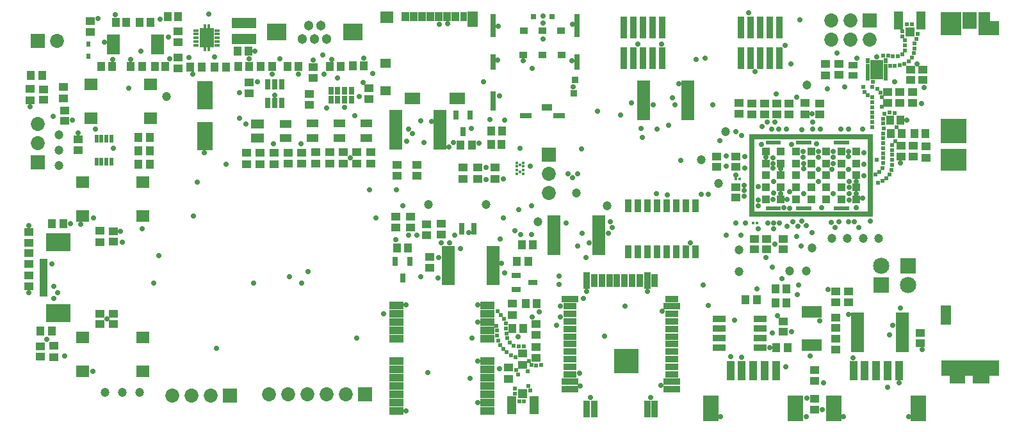
<source format=gts>
G04*
G04 #@! TF.GenerationSoftware,Altium Limited,Altium Designer,21.6.4 (81)*
G04*
G04 Layer_Color=8388736*
%FSLAX44Y44*%
%MOMM*%
G71*
G04*
G04 #@! TF.SameCoordinates,FF1FAEB7-4318-4351-9C75-77568BB5708F*
G04*
G04*
G04 #@! TF.FilePolarity,Negative*
G04*
G01*
G75*
%ADD91R,1.1032X1.1532*%
%ADD92C,0.4532*%
%ADD93R,0.5032X0.7432*%
%ADD94R,1.2532X0.8032*%
%ADD95R,0.7432X0.5032*%
%ADD96C,1.2032*%
%ADD97R,1.6782X0.6532*%
%ADD98R,0.7032X1.0032*%
%ADD99R,1.1532X1.1032*%
%ADD100R,1.9842X1.0032*%
%ADD101R,1.9842X1.0032*%
%ADD102R,0.9532X1.8032*%
%ADD103R,0.9432X2.9982*%
%ADD104R,0.9832X1.1932*%
%ADD105R,1.1932X0.9832*%
%ADD106R,1.7532X0.9482*%
%ADD107R,1.7532X0.8732*%
%ADD108R,0.6282X0.7182*%
%ADD109R,0.6282X0.4782*%
%ADD110R,1.1032X0.9032*%
%ADD111R,0.9032X0.9032*%
%ADD112R,1.4032X0.8532*%
%ADD113R,0.6532X3.1032*%
%ADD114R,0.6532X2.1032*%
%ADD115R,0.9532X0.9032*%
%ADD116R,1.6032X0.7032*%
%ADD117R,0.6532X2.6032*%
%ADD118R,0.8032X0.8032*%
%ADD119R,1.0032X1.0032*%
%ADD120R,0.5032X0.5032*%
%ADD121R,0.7432X0.7432*%
%ADD122R,0.8032X1.2532*%
%ADD123R,3.2032X3.2332*%
%ADD124R,0.9032X2.2032*%
%ADD125R,2.2032X0.9032*%
%ADD126R,1.7032X0.9032*%
%ADD127R,0.9032X1.7032*%
%ADD128R,0.4572X0.4572*%
%ADD129R,1.2032X1.2532*%
%ADD130R,1.2532X2.4032*%
%ADD131R,1.7532X1.5532*%
%ADD132R,1.4032X1.2032*%
%ADD133R,2.1032X1.5532*%
%ADD134R,1.3732X2.0032*%
%ADD135R,0.9532X1.3032*%
%ADD136R,1.0532X1.3032*%
%ADD137R,1.7532X1.5032*%
%ADD138R,1.0032X0.5032*%
%ADD139R,3.2532X2.4032*%
%ADD140R,1.7282X0.8532*%
%ADD141R,0.4532X0.8032*%
%ADD142R,1.8532X2.6032*%
%ADD143R,0.8032X0.4432*%
%ADD144R,3.4032X3.3032*%
%ADD145R,3.4032X2.9332*%
%ADD146R,7.7032X2.0032*%
%ADD147R,1.4032X2.6032*%
%ADD148R,2.7032X1.8532*%
%ADD149R,1.9032X2.3032*%
%ADD150R,2.7032X3.1032*%
%ADD151R,1.6032X1.4532*%
%ADD152R,2.1532X1.3032*%
%ADD153R,2.2032X1.3032*%
%ADD154R,2.6032X2.2032*%
%ADD155R,1.2032X0.8782*%
%ADD156R,2.0532X3.7032*%
%ADD157R,1.6032X1.1032*%
%ADD158R,0.6532X1.6282*%
%ADD159R,0.6232X0.7632*%
%ADD160R,3.2532X1.3432*%
%ADD161R,0.6732X0.5032*%
%ADD162R,0.5532X1.0532*%
%ADD163R,1.0032X2.6032*%
%ADD164R,2.0032X3.5032*%
%ADD165R,0.8032X1.4032*%
%ADD166R,1.6532X1.1532*%
%ADD167C,1.8532*%
%ADD168R,1.8532X1.8532*%
%ADD169R,1.8532X1.8532*%
%ADD170C,1.3032*%
%ADD171R,2.1532X2.1532*%
%ADD172C,2.1532*%
%ADD173C,0.7032*%
%ADD174C,0.6032*%
D91*
X666870Y238760D02*
D03*
X681870D02*
D03*
X660640Y217375D02*
D03*
X60840Y266700D02*
D03*
X45840D02*
D03*
X1154550Y386080D02*
D03*
X1169550D02*
D03*
X427870Y474980D02*
D03*
X412870D02*
D03*
X175020Y345440D02*
D03*
X160020D02*
D03*
X160140Y363483D02*
D03*
X175140D02*
D03*
Y381525D02*
D03*
X160140D02*
D03*
X669170Y128270D02*
D03*
X654170D02*
D03*
X501770Y235033D02*
D03*
X516770D02*
D03*
X45720Y124460D02*
D03*
X30720D02*
D03*
X600710Y370840D02*
D03*
X585710D02*
D03*
X243633Y474787D02*
D03*
X228633D02*
D03*
X260675D02*
D03*
X275675D02*
D03*
X149860Y475443D02*
D03*
X164860D02*
D03*
X125610Y474992D02*
D03*
X110610D02*
D03*
X176290Y533863D02*
D03*
X161290D02*
D03*
X17900Y463550D02*
D03*
X32900D02*
D03*
X962660Y166370D02*
D03*
X977660D02*
D03*
X371990Y474980D02*
D03*
X356990D02*
D03*
X321512D02*
D03*
X336512D02*
D03*
X1017150Y162297D02*
D03*
X1002150D02*
D03*
X1017030Y180340D02*
D03*
X1002030D02*
D03*
X1018420Y102870D02*
D03*
X1003420D02*
D03*
X671950Y161290D02*
D03*
X686950D02*
D03*
X675640Y217375D02*
D03*
D92*
X669153Y347820D02*
D03*
Y342820D02*
D03*
Y337820D02*
D03*
Y332820D02*
D03*
X664802Y345320D02*
D03*
Y335320D02*
D03*
X660452Y347820D02*
D03*
Y342820D02*
D03*
Y337820D02*
D03*
Y332820D02*
D03*
D93*
X1051869Y382160D02*
D03*
X976869D02*
D03*
X981869D02*
D03*
X986869D02*
D03*
X991869D02*
D03*
X996869D02*
D03*
X1001869D02*
D03*
X1006869D02*
D03*
X1011869D02*
D03*
X1016869D02*
D03*
X1021869D02*
D03*
X1026869D02*
D03*
X1031869D02*
D03*
X1036869D02*
D03*
X1041869D02*
D03*
X1046869D02*
D03*
X1056869D02*
D03*
X1061869D02*
D03*
X1066869D02*
D03*
X1071869D02*
D03*
X1076869D02*
D03*
X1081869D02*
D03*
X1086869D02*
D03*
X1091869D02*
D03*
X1096869D02*
D03*
X1101869D02*
D03*
X1106869D02*
D03*
X1111869D02*
D03*
X1116869D02*
D03*
X1121869D02*
D03*
Y279760D02*
D03*
X1116869D02*
D03*
X1111869D02*
D03*
X1106869D02*
D03*
X1101869D02*
D03*
X1096869D02*
D03*
X1091869D02*
D03*
X1086869D02*
D03*
X1081869D02*
D03*
X1076869D02*
D03*
X1071869D02*
D03*
X1066869D02*
D03*
X1061869D02*
D03*
X1056869D02*
D03*
X1051869D02*
D03*
X1046869D02*
D03*
X1041869D02*
D03*
X1036869D02*
D03*
X1031869D02*
D03*
X1026869D02*
D03*
X1021869D02*
D03*
X1016869D02*
D03*
X1011869D02*
D03*
X1006869D02*
D03*
X1001869D02*
D03*
X996869D02*
D03*
X991869D02*
D03*
X986869D02*
D03*
X981869D02*
D03*
X976869D02*
D03*
D94*
X659560Y198833D02*
D03*
Y179832D02*
D03*
X681560Y189333D02*
D03*
D95*
X970668Y375960D02*
D03*
X1128068D02*
D03*
Y370960D02*
D03*
Y365960D02*
D03*
Y360960D02*
D03*
Y355960D02*
D03*
Y350960D02*
D03*
Y345960D02*
D03*
Y340960D02*
D03*
Y335960D02*
D03*
Y330960D02*
D03*
Y325960D02*
D03*
Y320960D02*
D03*
Y315960D02*
D03*
Y310960D02*
D03*
Y305960D02*
D03*
Y300960D02*
D03*
Y295960D02*
D03*
Y290960D02*
D03*
Y285960D02*
D03*
X970668D02*
D03*
Y290960D02*
D03*
Y295960D02*
D03*
Y300960D02*
D03*
Y305960D02*
D03*
Y310960D02*
D03*
Y315960D02*
D03*
Y320960D02*
D03*
Y325960D02*
D03*
Y330960D02*
D03*
Y335960D02*
D03*
Y340960D02*
D03*
Y345960D02*
D03*
Y350960D02*
D03*
Y355960D02*
D03*
Y360960D02*
D03*
Y365960D02*
D03*
Y370960D02*
D03*
D96*
X904240Y351790D02*
D03*
X953770Y203200D02*
D03*
X1097280Y247650D02*
D03*
X1077059Y247735D02*
D03*
X1118351D02*
D03*
X1043940Y451027D02*
D03*
X1021080Y204470D02*
D03*
X1042670D02*
D03*
X54610Y384810D02*
D03*
Y364490D02*
D03*
X161290Y43180D02*
D03*
X54610Y343937D02*
D03*
X935990Y388620D02*
D03*
X953770Y232410D02*
D03*
X927100Y320040D02*
D03*
X138430Y43180D02*
D03*
X115570D02*
D03*
X688340Y269240D02*
D03*
X779780Y290830D02*
D03*
X619760Y292100D02*
D03*
X543560D02*
D03*
X1050290Y234950D02*
D03*
X1139073Y247801D02*
D03*
X196850Y435610D02*
D03*
X739140Y307340D02*
D03*
D97*
X768520Y228710D02*
D03*
Y267710D02*
D03*
X709760Y274210D02*
D03*
X500108Y414025D02*
D03*
Y407525D02*
D03*
Y401025D02*
D03*
Y394525D02*
D03*
Y388025D02*
D03*
Y381525D02*
D03*
Y375025D02*
D03*
Y368525D02*
D03*
X558868D02*
D03*
Y375025D02*
D03*
Y381525D02*
D03*
Y388025D02*
D03*
Y394525D02*
D03*
Y401025D02*
D03*
Y407525D02*
D03*
Y414025D02*
D03*
X709760Y228710D02*
D03*
Y235210D02*
D03*
Y241710D02*
D03*
Y248210D02*
D03*
Y254710D02*
D03*
Y261210D02*
D03*
Y267710D02*
D03*
X768520Y274210D02*
D03*
Y261210D02*
D03*
Y254710D02*
D03*
Y248210D02*
D03*
Y241710D02*
D03*
Y235210D02*
D03*
X628820Y188737D02*
D03*
Y195238D02*
D03*
Y201737D02*
D03*
Y208237D02*
D03*
Y214738D02*
D03*
Y221238D02*
D03*
Y227737D02*
D03*
Y234237D02*
D03*
X570060D02*
D03*
Y227737D02*
D03*
Y221238D02*
D03*
Y214738D02*
D03*
Y208237D02*
D03*
Y201737D02*
D03*
Y195238D02*
D03*
Y188737D02*
D03*
X886630Y407780D02*
D03*
Y414280D02*
D03*
Y420780D02*
D03*
Y427280D02*
D03*
Y433780D02*
D03*
Y440280D02*
D03*
Y446780D02*
D03*
Y453280D02*
D03*
X827870D02*
D03*
Y446780D02*
D03*
Y440280D02*
D03*
Y433780D02*
D03*
Y427280D02*
D03*
Y420780D02*
D03*
Y414280D02*
D03*
Y407780D02*
D03*
X1111080Y145940D02*
D03*
Y139440D02*
D03*
Y132940D02*
D03*
Y126440D02*
D03*
Y119940D02*
D03*
Y113440D02*
D03*
Y106940D02*
D03*
Y100440D02*
D03*
X1169840D02*
D03*
Y106940D02*
D03*
Y113440D02*
D03*
Y119940D02*
D03*
Y126440D02*
D03*
Y132940D02*
D03*
Y139440D02*
D03*
Y145940D02*
D03*
X126830Y514538D02*
D03*
Y508038D02*
D03*
Y501538D02*
D03*
Y495038D02*
D03*
X185590D02*
D03*
Y501538D02*
D03*
Y508038D02*
D03*
Y514538D02*
D03*
D98*
X414490Y431165D02*
D03*
X423490D02*
D03*
X432490D02*
D03*
X441490D02*
D03*
Y443165D02*
D03*
X432490D02*
D03*
X423490D02*
D03*
X414490D02*
D03*
D99*
X648970Y76302D02*
D03*
Y61302D02*
D03*
X1183705Y441840D02*
D03*
Y426840D02*
D03*
X686063Y104020D02*
D03*
Y89020D02*
D03*
X1201420Y369570D02*
D03*
Y354570D02*
D03*
X654050Y161170D02*
D03*
Y146170D02*
D03*
X1060450Y426600D02*
D03*
Y411600D02*
D03*
X1041400Y411720D02*
D03*
Y426720D02*
D03*
X970813Y426480D02*
D03*
Y411480D02*
D03*
X1068403Y463790D02*
D03*
Y478790D02*
D03*
X1086445Y478910D02*
D03*
Y463910D02*
D03*
X48260Y105170D02*
D03*
Y90170D02*
D03*
X109542Y242690D02*
D03*
Y257690D02*
D03*
X448835Y361545D02*
D03*
Y346545D02*
D03*
X412750Y346830D02*
D03*
Y361830D02*
D03*
X339090Y361098D02*
D03*
Y346098D02*
D03*
X375920Y346348D02*
D03*
Y361348D02*
D03*
X303005Y361098D02*
D03*
Y346098D02*
D03*
X589280Y326510D02*
D03*
Y341510D02*
D03*
X608330D02*
D03*
Y326510D02*
D03*
X631190D02*
D03*
Y341510D02*
D03*
X386080Y424300D02*
D03*
Y439300D02*
D03*
X464820Y446920D02*
D03*
Y431920D02*
D03*
X391160Y474860D02*
D03*
Y459860D02*
D03*
X668020Y80130D02*
D03*
Y95130D02*
D03*
X541020Y251580D02*
D03*
Y266580D02*
D03*
X519430Y261740D02*
D03*
Y276740D02*
D03*
X500380D02*
D03*
Y261740D02*
D03*
X528320Y330320D02*
D03*
Y345320D02*
D03*
X501650D02*
D03*
Y330320D02*
D03*
X96520Y535820D02*
D03*
Y520820D02*
D03*
X212090Y522193D02*
D03*
Y507193D02*
D03*
X60960Y433190D02*
D03*
Y448190D02*
D03*
X16510Y445770D02*
D03*
Y430770D02*
D03*
X1054100Y35440D02*
D03*
Y20440D02*
D03*
X466878Y361545D02*
D03*
Y346545D02*
D03*
X1054100Y58420D02*
D03*
Y73420D02*
D03*
X430793Y346545D02*
D03*
Y361545D02*
D03*
X394182D02*
D03*
Y346545D02*
D03*
X357877Y346347D02*
D03*
Y361347D02*
D03*
X321047Y361097D02*
D03*
Y346097D02*
D03*
D100*
X501162Y158945D02*
D03*
Y147945D02*
D03*
Y136945D02*
D03*
Y125945D02*
D03*
Y114945D02*
D03*
Y84945D02*
D03*
Y73945D02*
D03*
Y62945D02*
D03*
Y51945D02*
D03*
Y40945D02*
D03*
Y29945D02*
D03*
Y18945D02*
D03*
X621192D02*
D03*
Y29945D02*
D03*
Y40945D02*
D03*
Y147945D02*
D03*
Y136945D02*
D03*
Y125945D02*
D03*
Y114945D02*
D03*
Y84945D02*
D03*
Y73945D02*
D03*
Y62945D02*
D03*
Y51945D02*
D03*
D101*
Y158945D02*
D03*
D102*
X807720Y290850D02*
D03*
X820420D02*
D03*
X833120D02*
D03*
X845820D02*
D03*
X858520D02*
D03*
X871220D02*
D03*
X883920D02*
D03*
X896620D02*
D03*
Y229850D02*
D03*
X883920D02*
D03*
X871220D02*
D03*
X858520D02*
D03*
X845820D02*
D03*
X833120D02*
D03*
X820420D02*
D03*
X807720D02*
D03*
D103*
X956310Y486410D02*
D03*
Y527070D02*
D03*
X969010Y486410D02*
D03*
Y527070D02*
D03*
X981710Y486410D02*
D03*
Y527070D02*
D03*
X994410Y486410D02*
D03*
Y527070D02*
D03*
X1007110Y486410D02*
D03*
Y527070D02*
D03*
X852170Y527060D02*
D03*
Y486400D02*
D03*
X839470Y527060D02*
D03*
Y486400D02*
D03*
X826770Y527060D02*
D03*
Y486400D02*
D03*
X814070Y527060D02*
D03*
Y486400D02*
D03*
X801370Y527060D02*
D03*
Y486400D02*
D03*
D104*
X1167780Y403860D02*
D03*
X1153780D02*
D03*
X640730Y389890D02*
D03*
X626730D02*
D03*
X130160Y533863D02*
D03*
X144160D02*
D03*
X181580Y475443D02*
D03*
X195580D02*
D03*
X212740Y541020D02*
D03*
X198740D02*
D03*
X305450Y495300D02*
D03*
X291450D02*
D03*
X292070Y474980D02*
D03*
X306070D02*
D03*
X1200180Y386080D02*
D03*
X1186180D02*
D03*
X640080Y372110D02*
D03*
X626080D02*
D03*
X457850Y476250D02*
D03*
X443850D02*
D03*
D105*
X1150620Y441340D02*
D03*
Y427340D02*
D03*
X1166663D02*
D03*
Y441340D02*
D03*
X1181100Y471283D02*
D03*
Y457282D02*
D03*
X949960Y342250D02*
D03*
Y356250D02*
D03*
X924560D02*
D03*
Y342250D02*
D03*
X949960Y301610D02*
D03*
Y315610D02*
D03*
X990600Y233030D02*
D03*
Y247030D02*
D03*
X974090D02*
D03*
Y233030D02*
D03*
X1012190Y247030D02*
D03*
Y233030D02*
D03*
X1019940Y412100D02*
D03*
Y426100D02*
D03*
X1003898D02*
D03*
Y412100D02*
D03*
X987855Y426100D02*
D03*
Y412100D02*
D03*
X953770Y426750D02*
D03*
Y412750D02*
D03*
X1012190Y137810D02*
D03*
Y123810D02*
D03*
X1082040Y177180D02*
D03*
Y163180D02*
D03*
X1098550D02*
D03*
Y177180D02*
D03*
X1082040Y100300D02*
D03*
Y114300D02*
D03*
Y142890D02*
D03*
Y128890D02*
D03*
X1193800Y108570D02*
D03*
Y122570D02*
D03*
X34290Y445150D02*
D03*
Y431150D02*
D03*
X62230Y403210D02*
D03*
Y417210D02*
D03*
X212090Y472873D02*
D03*
Y486873D02*
D03*
X15240Y184150D02*
D03*
Y198150D02*
D03*
X109220Y134042D02*
D03*
Y148041D02*
D03*
X127000Y147970D02*
D03*
Y133970D02*
D03*
X544830Y208900D02*
D03*
Y222900D02*
D03*
X560070Y252700D02*
D03*
Y266700D02*
D03*
X1197143Y471283D02*
D03*
Y457282D02*
D03*
X685800Y120000D02*
D03*
Y134000D02*
D03*
X80010Y378460D02*
D03*
Y364460D02*
D03*
X1183975Y370137D02*
D03*
Y356137D02*
D03*
X1167933Y356137D02*
D03*
Y370137D02*
D03*
X127000Y257190D02*
D03*
Y243190D02*
D03*
X30480Y90790D02*
D03*
Y104790D02*
D03*
X306070Y454040D02*
D03*
Y440040D02*
D03*
X15240Y241920D02*
D03*
Y255920D02*
D03*
Y213980D02*
D03*
Y227980D02*
D03*
D106*
X1136280Y479860D02*
D03*
Y462310D02*
D03*
D107*
Y471090D02*
D03*
D108*
X1124400Y459660D02*
D03*
Y482520D02*
D03*
X1148160D02*
D03*
Y459660D02*
D03*
D109*
X1124400Y466090D02*
D03*
Y471090D02*
D03*
Y476090D02*
D03*
X1148160D02*
D03*
Y466090D02*
D03*
Y471090D02*
D03*
D110*
X669930Y522580D02*
D03*
X694330D02*
D03*
X718730D02*
D03*
X668930Y490880D02*
D03*
X694330D02*
D03*
X719730D02*
D03*
D111*
X737030Y457580D02*
D03*
D112*
X699830Y420830D02*
D03*
D113*
X740280Y529580D02*
D03*
X628780D02*
D03*
D114*
X740280Y481080D02*
D03*
X628780D02*
D03*
D115*
X735280Y439580D02*
D03*
D116*
X716330Y410080D02*
D03*
X672330D02*
D03*
D117*
X628780Y429580D02*
D03*
D118*
X682130Y541080D02*
D03*
X706530D02*
D03*
D119*
X1109369Y298960D02*
D03*
X1089369D02*
D03*
X1069369D02*
D03*
X1049369D02*
D03*
X1029369D02*
D03*
X1009369D02*
D03*
X1109369Y314960D02*
D03*
X1089369D02*
D03*
X1069369D02*
D03*
X1049369D02*
D03*
X1029369D02*
D03*
X1009369D02*
D03*
X1109369Y330960D02*
D03*
X1089369D02*
D03*
X1069369D02*
D03*
X1049369D02*
D03*
X1029369D02*
D03*
X1009369D02*
D03*
X1109369Y346960D02*
D03*
X1089369D02*
D03*
X1069369D02*
D03*
X1049369D02*
D03*
X1029369D02*
D03*
X1009369D02*
D03*
X1109369Y362960D02*
D03*
X1089369D02*
D03*
X1069369D02*
D03*
X989369Y298960D02*
D03*
Y362960D02*
D03*
Y346960D02*
D03*
Y330960D02*
D03*
X1009369Y362960D02*
D03*
X1029369D02*
D03*
X1049369D02*
D03*
X989369Y314960D02*
D03*
D120*
X1096869Y287460D02*
D03*
X1091869D02*
D03*
X1086869D02*
D03*
X1081869D02*
D03*
X1046869D02*
D03*
X1041869D02*
D03*
X1036869D02*
D03*
X1031869D02*
D03*
X991869D02*
D03*
X996869D02*
D03*
X1001869D02*
D03*
X1006869D02*
D03*
X1096869Y374460D02*
D03*
X1091869D02*
D03*
X1086869D02*
D03*
X1081869D02*
D03*
X1046869D02*
D03*
X1041869D02*
D03*
X1036869D02*
D03*
X1031869D02*
D03*
X991869D02*
D03*
X996869D02*
D03*
X1001869D02*
D03*
X1006869D02*
D03*
D121*
X1128068Y382160D02*
D03*
Y279760D02*
D03*
X970668D02*
D03*
Y382160D02*
D03*
D122*
X598780Y411133D02*
D03*
X579780D02*
D03*
X589280Y389133D02*
D03*
X518770Y216740D02*
D03*
X499770D02*
D03*
X509270Y194740D02*
D03*
D123*
X804678Y84980D02*
D03*
D124*
X842678Y21680D02*
D03*
X832678D02*
D03*
X762678D02*
D03*
X752678D02*
D03*
Y191680D02*
D03*
X832678D02*
D03*
D125*
X730177Y47480D02*
D03*
Y57480D02*
D03*
Y167480D02*
D03*
X865177Y157480D02*
D03*
Y57480D02*
D03*
Y47480D02*
D03*
D126*
X730177Y67480D02*
D03*
Y77480D02*
D03*
Y87480D02*
D03*
Y97480D02*
D03*
Y107480D02*
D03*
Y117480D02*
D03*
Y127480D02*
D03*
Y137480D02*
D03*
Y147480D02*
D03*
Y157480D02*
D03*
X865177Y167480D02*
D03*
Y147480D02*
D03*
Y137480D02*
D03*
Y127480D02*
D03*
Y117480D02*
D03*
Y107480D02*
D03*
Y97480D02*
D03*
Y87480D02*
D03*
Y77480D02*
D03*
Y67480D02*
D03*
D127*
X762678Y191680D02*
D03*
X772678D02*
D03*
X782678D02*
D03*
X792678D02*
D03*
X802678D02*
D03*
X812678D02*
D03*
X822678D02*
D03*
X842678D02*
D03*
D128*
X955040Y326390D02*
D03*
X949960D02*
D03*
X972820Y267970D02*
D03*
X977900D02*
D03*
D129*
X1179830Y520690D02*
D03*
X668020Y41920D02*
D03*
D130*
X1165080Y535940D02*
D03*
X1194580D02*
D03*
X653270Y26670D02*
D03*
X682770D02*
D03*
D131*
X488720Y540070D02*
D03*
D132*
X486970Y479820D02*
D03*
Y442820D02*
D03*
D133*
X521970Y433070D02*
D03*
X581670D02*
D03*
D134*
X601920Y537820D02*
D03*
D135*
X589820Y541320D02*
D03*
D136*
X579320D02*
D03*
X568320D02*
D03*
X557320D02*
D03*
X546320D02*
D03*
X535320D02*
D03*
X524320D02*
D03*
X513320D02*
D03*
D137*
X165480Y71480D02*
D03*
X85980D02*
D03*
X165480Y116480D02*
D03*
X85980D02*
D03*
X96862Y451760D02*
D03*
X176362D02*
D03*
X96862Y406760D02*
D03*
X176362D02*
D03*
X85980Y322220D02*
D03*
X165480D02*
D03*
X85980Y277220D02*
D03*
X165480D02*
D03*
D138*
X34689Y173280D02*
D03*
Y178280D02*
D03*
Y183280D02*
D03*
Y188280D02*
D03*
Y193280D02*
D03*
Y198280D02*
D03*
Y203280D02*
D03*
Y208280D02*
D03*
Y213280D02*
D03*
Y218280D02*
D03*
D139*
X53939Y148780D02*
D03*
Y242780D02*
D03*
D140*
X927920Y140970D02*
D03*
Y128270D02*
D03*
Y115570D02*
D03*
Y102870D02*
D03*
X982160D02*
D03*
Y115570D02*
D03*
Y128270D02*
D03*
Y140970D02*
D03*
D141*
X252642Y527580D02*
D03*
X247642D02*
D03*
X252642Y498580D02*
D03*
X247642D02*
D03*
D142*
X250142Y513080D02*
D03*
D143*
X236141Y503080D02*
D03*
Y508080D02*
D03*
Y513080D02*
D03*
Y518080D02*
D03*
Y523080D02*
D03*
X264142D02*
D03*
Y518080D02*
D03*
Y513080D02*
D03*
Y508080D02*
D03*
Y503080D02*
D03*
D144*
X1237370Y390030D02*
D03*
D145*
Y351880D02*
D03*
D146*
X1259870Y75530D02*
D03*
D147*
X1227470Y146030D02*
D03*
D148*
X1283970Y525780D02*
D03*
D149*
X1258970Y536030D02*
D03*
D150*
X1233970Y532030D02*
D03*
D151*
X1278470Y540280D02*
D03*
D152*
X1243120Y61030D02*
D03*
D153*
X1274370D02*
D03*
D154*
X443440Y520810D02*
D03*
X342440D02*
D03*
D155*
X1104488Y463550D02*
D03*
Y476790D02*
D03*
D156*
X247650Y437210D02*
D03*
Y383210D02*
D03*
D157*
X461010Y399588D02*
D03*
Y380588D02*
D03*
X425450Y399873D02*
D03*
Y380873D02*
D03*
X354330Y399390D02*
D03*
Y380390D02*
D03*
X389890Y399873D02*
D03*
Y380873D02*
D03*
D158*
X1040540Y150390D02*
D03*
X1047040D02*
D03*
X1053540D02*
D03*
X1060040D02*
D03*
Y106150D02*
D03*
X1053540D02*
D03*
X1047040D02*
D03*
X1040540D02*
D03*
D159*
X93980Y488570D02*
D03*
Y504570D02*
D03*
D160*
X299720Y511308D02*
D03*
Y532909D02*
D03*
D161*
X587280Y255350D02*
D03*
Y260350D02*
D03*
Y265350D02*
D03*
X603980D02*
D03*
Y260350D02*
D03*
Y255350D02*
D03*
D162*
X124050Y379990D02*
D03*
X117550D02*
D03*
X111050D02*
D03*
X104550D02*
D03*
Y348990D02*
D03*
X111050D02*
D03*
X117550D02*
D03*
X124050D02*
D03*
D163*
X1002820Y72640D02*
D03*
X987820D02*
D03*
X972820D02*
D03*
X957820D02*
D03*
X942820D02*
D03*
X1165428D02*
D03*
X1150428D02*
D03*
X1135428D02*
D03*
X1120427D02*
D03*
X1105428D02*
D03*
D164*
X1028820Y22140D02*
D03*
X916820D02*
D03*
X1191428D02*
D03*
X1079428D02*
D03*
D165*
X330860Y426920D02*
D03*
X340360D02*
D03*
X349860D02*
D03*
Y451920D02*
D03*
X340360D02*
D03*
X330860D02*
D03*
D166*
X317500Y380390D02*
D03*
Y399390D02*
D03*
D167*
X1076103Y510540D02*
D03*
X26577Y398780D02*
D03*
Y373380D02*
D03*
X1126902Y510540D02*
D03*
X1101503Y535940D02*
D03*
Y510540D02*
D03*
X1076103Y535940D02*
D03*
X52070Y509270D02*
D03*
X702310Y332740D02*
D03*
Y307340D02*
D03*
X434340Y40640D02*
D03*
X408940D02*
D03*
X383540D02*
D03*
X358140D02*
D03*
X332740D02*
D03*
X255270Y39370D02*
D03*
X229870D02*
D03*
X204470D02*
D03*
D168*
X1126902Y535940D02*
D03*
X26670Y509270D02*
D03*
X459740Y40640D02*
D03*
X280670Y39370D02*
D03*
D169*
X26577Y347980D02*
D03*
X702310Y358140D02*
D03*
D170*
X408940Y511810D02*
D03*
X400940Y529810D02*
D03*
X392940Y511810D02*
D03*
X384940Y529810D02*
D03*
X376940Y511810D02*
D03*
D171*
X1141730Y185420D02*
D03*
X1177290Y210820D02*
D03*
D172*
X1141730D02*
D03*
X1177290Y185420D02*
D03*
D173*
X928370Y377190D02*
D03*
X845201Y306837D02*
D03*
X679450Y290830D02*
D03*
Y252730D02*
D03*
X984003Y371978D02*
D03*
X665480Y252730D02*
D03*
X657860Y257810D02*
D03*
X1056127Y372688D02*
D03*
X877189Y350520D02*
D03*
X751840Y222068D02*
D03*
X783590Y269240D02*
D03*
X165100Y260350D02*
D03*
X533565Y403642D02*
D03*
X483870Y147320D02*
D03*
X998220Y209550D02*
D03*
X716183Y197697D02*
D03*
X1023462Y123719D02*
D03*
X961070Y318080D02*
D03*
X961102Y310760D02*
D03*
X961146Y303205D02*
D03*
X984861Y395911D02*
D03*
X860609Y397407D02*
D03*
X991351Y401964D02*
D03*
X1001483Y402021D02*
D03*
X1006622Y392264D02*
D03*
X1016814Y392098D02*
D03*
X1051095Y401985D02*
D03*
X1036750Y391833D02*
D03*
X1061578Y392164D02*
D03*
X1088446D02*
D03*
X1098488Y392054D02*
D03*
X1117302D02*
D03*
X936836Y251349D02*
D03*
X950016Y267969D02*
D03*
X962775Y268042D02*
D03*
X979212Y260551D02*
D03*
X1025595Y269686D02*
D03*
X1017253Y263834D02*
D03*
X1037141Y270002D02*
D03*
X1031684Y263834D02*
D03*
X1106162Y269343D02*
D03*
X1112520Y261620D02*
D03*
X956310Y251460D02*
D03*
X642620Y274320D02*
D03*
X929640Y11430D02*
D03*
X1092200D02*
D03*
X1178560D02*
D03*
X1042670D02*
D03*
X186690Y224790D02*
D03*
X662940Y285750D02*
D03*
X744220Y52070D02*
D03*
X69956Y266757D02*
D03*
X1043940Y35560D02*
D03*
X755650Y241300D02*
D03*
X947795Y138822D02*
D03*
X904240Y306070D02*
D03*
X913130D02*
D03*
X359410Y196850D02*
D03*
X375951Y188361D02*
D03*
X384634Y203635D02*
D03*
X1080837Y261687D02*
D03*
X1075642Y269046D02*
D03*
X1086372Y269325D02*
D03*
X1098550Y269240D02*
D03*
X537254Y374734D02*
D03*
X514604Y376597D02*
D03*
X522628Y386099D02*
D03*
X585470Y233680D02*
D03*
X638461Y246733D02*
D03*
X1159510Y454660D02*
D03*
X824709Y392799D02*
D03*
X826143Y381381D02*
D03*
X610535Y373543D02*
D03*
X576120Y374157D02*
D03*
X600292Y392901D02*
D03*
X445770Y410210D02*
D03*
X338927Y373188D02*
D03*
X375273Y372931D02*
D03*
X811530Y426720D02*
D03*
X767113Y415965D02*
D03*
X845323Y392356D02*
D03*
X637540Y436190D02*
D03*
X624426Y404691D02*
D03*
X797310Y410772D02*
D03*
X557767Y531007D02*
D03*
X734527Y448540D02*
D03*
X439936Y354007D02*
D03*
X678180Y342900D02*
D03*
X1051298Y392190D02*
D03*
X1065530Y55880D02*
D03*
X1165860D02*
D03*
X1016000Y77470D02*
D03*
X127000Y367030D02*
D03*
X740410Y237490D02*
D03*
X746760Y254436D02*
D03*
X717543Y143517D02*
D03*
X713160Y132080D02*
D03*
X717550Y157480D02*
D03*
X727710Y332740D02*
D03*
X734060Y327660D02*
D03*
X740410Y332740D02*
D03*
X725170Y267970D02*
D03*
X742950Y68580D02*
D03*
X913130Y158750D02*
D03*
X906780Y185420D02*
D03*
X1036320Y237490D02*
D03*
X989330Y222250D02*
D03*
X262890Y101600D02*
D03*
X949960Y388620D02*
D03*
X293370Y406400D02*
D03*
X661670Y116840D02*
D03*
X637540Y74930D02*
D03*
X680720Y143510D02*
D03*
X598170Y62230D02*
D03*
X542290Y69850D02*
D03*
X651510Y22860D02*
D03*
X681990D02*
D03*
X600710Y115570D02*
D03*
X775970Y118110D02*
D03*
X689610Y149860D02*
D03*
X1009187Y306960D02*
D03*
X1020778Y309646D02*
D03*
X1063182Y288180D02*
D03*
X1042670Y264160D02*
D03*
X997033Y391947D02*
D03*
X957580Y383540D02*
D03*
X961763Y355935D02*
D03*
X961390Y340360D02*
D03*
X937260Y356870D02*
D03*
Y342900D02*
D03*
X949960Y330962D02*
D03*
X1001397Y239678D02*
D03*
X991870Y267970D02*
D03*
X999490D02*
D03*
X1007690D02*
D03*
X999490Y260405D02*
D03*
X1127956Y270428D02*
D03*
X1050290Y255270D02*
D03*
X1029970Y250190D02*
D03*
X1051015Y412682D02*
D03*
X1003234Y438626D02*
D03*
X1030028Y434790D02*
D03*
X1013714Y287782D02*
D03*
X1021179Y287138D02*
D03*
X1017986Y298951D02*
D03*
X999097Y353837D02*
D03*
X989452Y354901D02*
D03*
X999204Y346931D02*
D03*
X999316Y340360D02*
D03*
X1009323Y339487D02*
D03*
X999490Y322580D02*
D03*
X979170Y316230D02*
D03*
Y298450D02*
D03*
Y291084D02*
D03*
X1108710Y288290D02*
D03*
X1117570Y300960D02*
D03*
X1099820Y298450D02*
D03*
X1099404Y306924D02*
D03*
X1109281Y307162D02*
D03*
X1078952Y306939D02*
D03*
X1039277Y306822D02*
D03*
X1059180Y322580D02*
D03*
Y339090D02*
D03*
X1039575Y339450D02*
D03*
X1039334Y346934D02*
D03*
X1039092Y355005D02*
D03*
Y362683D02*
D03*
X1023620Y372110D02*
D03*
X1059160Y362458D02*
D03*
X1059055Y355097D02*
D03*
X1078810Y346735D02*
D03*
X1076960Y338960D02*
D03*
X1078810Y355252D02*
D03*
X1078476Y363059D02*
D03*
X1099130Y362960D02*
D03*
Y355518D02*
D03*
Y339193D02*
D03*
X1099368Y323032D02*
D03*
X1109346Y323057D02*
D03*
X1119409Y330876D02*
D03*
X1119409Y345654D02*
D03*
X1119551Y360942D02*
D03*
X1099368Y314960D02*
D03*
X999385Y298794D02*
D03*
X999490Y307340D02*
D03*
X1195681Y426532D02*
D03*
X1109980Y486410D02*
D03*
X1070610Y445770D02*
D03*
X1189376Y478420D02*
D03*
X1136031Y487954D02*
D03*
X1093470Y448310D02*
D03*
X1083310Y492760D02*
D03*
X1198880Y447040D02*
D03*
X1164590Y532130D02*
D03*
X977900Y180340D02*
D03*
X1010920Y194310D02*
D03*
X1032510Y185420D02*
D03*
X1194580Y532130D02*
D03*
X889698Y241300D02*
D03*
X106680Y538480D02*
D03*
X302260Y398780D02*
D03*
X188580Y538017D02*
D03*
X246957Y361317D02*
D03*
X1060450Y138430D02*
D03*
X994338Y102870D02*
D03*
X942703Y90776D02*
D03*
X1105111Y89593D02*
D03*
X1071643Y179946D02*
D03*
X1098564Y146904D02*
D03*
X1196340Y100330D02*
D03*
X1157613Y132439D02*
D03*
X1167754Y347416D02*
D03*
X1176183Y404427D02*
D03*
X1014730Y502920D02*
D03*
X975501Y468283D02*
D03*
X869846Y424177D02*
D03*
X874530Y452754D02*
D03*
X851985Y504837D02*
D03*
X820317Y504621D02*
D03*
X635706Y528213D02*
D03*
X664670Y366711D02*
D03*
X858955Y305022D02*
D03*
X748030Y167640D02*
D03*
X752777Y176922D02*
D03*
X832636Y177304D02*
D03*
X852170Y151130D02*
D03*
X804375Y83674D02*
D03*
X850782Y52766D02*
D03*
X837616Y36490D02*
D03*
X757275Y36490D02*
D03*
X513598Y18903D02*
D03*
X608439Y29925D02*
D03*
X608612Y84886D02*
D03*
X608608Y136289D02*
D03*
X608700Y159238D02*
D03*
X513820Y159294D02*
D03*
X597042Y255093D02*
D03*
X560070Y241682D02*
D03*
X557158Y221929D02*
D03*
X570958Y368670D02*
D03*
X733532Y483000D02*
D03*
X734060Y530860D02*
D03*
X694690Y542290D02*
D03*
X669011Y482834D02*
D03*
X635145Y483787D02*
D03*
X568516Y531990D02*
D03*
X457015Y454062D02*
D03*
X458008Y485891D02*
D03*
X415260Y484421D02*
D03*
X391249Y483905D02*
D03*
X340431Y437435D02*
D03*
X314019Y495428D02*
D03*
X244891Y513375D02*
D03*
X255258Y513040D02*
D03*
X250190Y505460D02*
D03*
Y521970D02*
D03*
X231824Y465182D02*
D03*
X201123Y485715D02*
D03*
X149793Y484846D02*
D03*
X125635Y484556D02*
D03*
X114691Y507395D02*
D03*
X129841Y543625D02*
D03*
X136584Y257229D02*
D03*
X83613Y266217D02*
D03*
X118145Y141036D02*
D03*
X99932Y71796D02*
D03*
X38842Y113858D02*
D03*
X14992Y175714D02*
D03*
X45720Y213360D02*
D03*
X15097Y264368D02*
D03*
X102870Y392430D02*
D03*
X80010Y387350D02*
D03*
X72390Y403860D02*
D03*
X16510Y421640D02*
D03*
X46990Y408940D02*
D03*
X966470Y546100D02*
D03*
X317500Y454660D02*
D03*
X346710Y485140D02*
D03*
X293370Y440690D02*
D03*
X405130Y464820D02*
D03*
X403860Y490220D02*
D03*
X252730Y544830D02*
D03*
X180340Y187960D02*
D03*
X500771Y311505D02*
D03*
X465938Y312049D02*
D03*
X138430Y242570D02*
D03*
X275590Y345440D02*
D03*
X237743Y321852D02*
D03*
X469900Y466090D02*
D03*
X1153160Y119380D02*
D03*
X1167130Y154940D02*
D03*
X547370Y402082D02*
D03*
X694690Y511810D02*
D03*
X199390Y514350D02*
D03*
X781630Y254436D02*
D03*
X786130Y261620D02*
D03*
X998220Y121920D02*
D03*
X473710Y274320D02*
D03*
X312420Y187960D02*
D03*
X232410Y276860D02*
D03*
X53340Y175260D02*
D03*
X48260Y167640D02*
D03*
X509270Y290830D02*
D03*
X533400Y196850D02*
D03*
X643890Y201930D02*
D03*
X448310Y115570D02*
D03*
X516890Y392430D02*
D03*
X745490Y365760D02*
D03*
X619760Y341630D02*
D03*
Y325120D02*
D03*
X694690Y532964D02*
D03*
X615950Y454660D02*
D03*
X680720Y472440D02*
D03*
X643890Y403860D02*
D03*
X1047750Y91440D02*
D03*
X919480Y424180D02*
D03*
X840304D02*
D03*
X957580Y90170D02*
D03*
X642620Y326390D02*
D03*
X528320Y251460D02*
D03*
X577850D02*
D03*
X1064260Y20320D02*
D03*
X1031240Y172720D02*
D03*
X260350Y487680D02*
D03*
X306070Y485140D02*
D03*
X556006Y195238D02*
D03*
X516890Y251460D02*
D03*
X62230Y91440D02*
D03*
X571491Y241588D02*
D03*
X371735Y464820D02*
D03*
X336550D02*
D03*
X716280Y186690D02*
D03*
X452120Y435610D02*
D03*
X163538Y495554D02*
D03*
X432490Y420806D02*
D03*
X803656Y157480D02*
D03*
X226476Y486873D02*
D03*
X865730Y434086D02*
D03*
X1022858Y478282D02*
D03*
X408940Y420116D02*
D03*
X1005078Y145431D02*
D03*
X500380Y245443D02*
D03*
X423490Y459668D02*
D03*
X1034542Y537464D02*
D03*
X908812Y486664D02*
D03*
X897636Y484632D02*
D03*
X1150428Y49846D02*
D03*
X47752Y184404D02*
D03*
X100330Y274574D02*
D03*
X639826Y214738D02*
D03*
X147574Y446278D02*
D03*
D174*
X659091Y72884D02*
D03*
X661840Y66949D02*
D03*
X658177Y48451D02*
D03*
X657922Y41916D02*
D03*
X663494Y31572D02*
D03*
X670034D02*
D03*
X678118Y45794D02*
D03*
X675269Y51681D02*
D03*
X675072Y71155D02*
D03*
X633587Y131819D02*
D03*
X633900Y125287D02*
D03*
X634260Y118757D02*
D03*
X635817Y112405D02*
D03*
X638567Y106471D02*
D03*
X642352Y101138D02*
D03*
X647046Y96584D02*
D03*
X652491Y92961D02*
D03*
X658304Y89965D02*
D03*
X676215Y85366D02*
D03*
X679591Y79764D02*
D03*
X686122Y79422D02*
D03*
X692652Y79788D02*
D03*
X669246Y104728D02*
D03*
X662707Y104616D02*
D03*
X656188Y105148D02*
D03*
X651363Y109563D02*
D03*
X648007Y115176D02*
D03*
X646404Y121517D02*
D03*
X646260Y128055D02*
D03*
X645632Y134565D02*
D03*
X643289Y140671D02*
D03*
X639518Y146014D02*
D03*
X635195Y150922D02*
D03*
X1182661Y531038D02*
D03*
X1176121D02*
D03*
X1169732Y521598D02*
D03*
X1169808Y515058D02*
D03*
X1173650Y509766D02*
D03*
Y503226D02*
D03*
X1173475Y496688D02*
D03*
X1170127Y491070D02*
D03*
X1164025Y488717D02*
D03*
X1157485Y488701D02*
D03*
X1151082Y490035D02*
D03*
X1144544Y489897D02*
D03*
X1153567Y476125D02*
D03*
X1160104Y476340D02*
D03*
X1166639Y476592D02*
D03*
X1172938Y478352D02*
D03*
X1178413Y481929D02*
D03*
X1182659Y486903D02*
D03*
X1185216Y492923D02*
D03*
X1186010Y499414D02*
D03*
Y505954D02*
D03*
X1188536Y511987D02*
D03*
X1189928Y518377D02*
D03*
X1118220Y447861D02*
D03*
X1119718Y441494D02*
D03*
X1124450Y436980D02*
D03*
X1130418Y434305D02*
D03*
Y427766D02*
D03*
Y421226D02*
D03*
Y414686D02*
D03*
Y408146D02*
D03*
Y401606D02*
D03*
Y395066D02*
D03*
X1136255Y351800D02*
D03*
X1142778Y421546D02*
D03*
X1142773Y434626D02*
D03*
X1141068Y440940D02*
D03*
X1136663Y445774D02*
D03*
X1130580Y448177D02*
D03*
X1130949Y454707D02*
D03*
X1152843Y413908D02*
D03*
X1146450Y412531D02*
D03*
X1144782Y406208D02*
D03*
Y399668D02*
D03*
X1145607Y393180D02*
D03*
X1144952Y386673D02*
D03*
X1144494Y380149D02*
D03*
Y373609D02*
D03*
Y367069D02*
D03*
Y360529D02*
D03*
Y353989D02*
D03*
Y347449D02*
D03*
X1143606Y340969D02*
D03*
X1139936Y335556D02*
D03*
X1134189Y332436D02*
D03*
X1137885Y320784D02*
D03*
X1143897Y323359D02*
D03*
X1149067Y327365D02*
D03*
X1153071Y332536D02*
D03*
X1155645Y338548D02*
D03*
X1156702Y345002D02*
D03*
X1156746Y351541D02*
D03*
Y358082D02*
D03*
Y364621D02*
D03*
Y371161D02*
D03*
X1160496Y376520D02*
D03*
X1162211Y394731D02*
D03*
X1159631Y413520D02*
D03*
M02*

</source>
